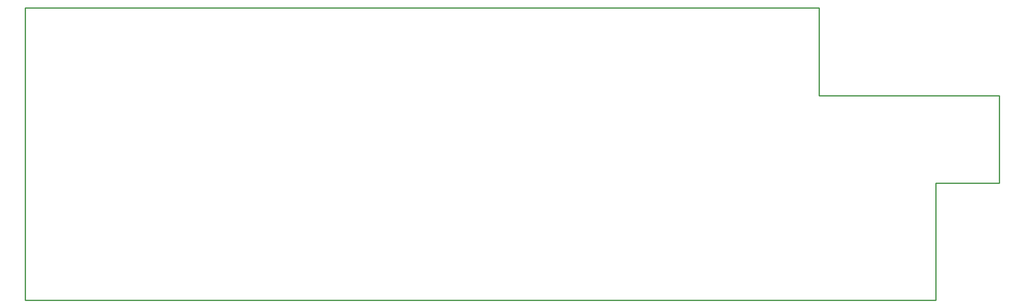
<source format=gbp>
*
*
G04 PADS 9.5 Build Number: 522968 generated Gerber (RS-274-X) file*
G04 PC Version=2.1*
*
%IN "ohm1.pcb"*%
*
%MOIN*%
*
%FSLAX35Y35*%
*
*
*
*
G04 PC Standard Apertures*
*
*
G04 Thermal Relief Aperture macro.*
%AMTER*
1,1,$1,0,0*
1,0,$1-$2,0,0*
21,0,$3,$4,0,0,45*
21,0,$3,$4,0,0,135*
%
*
*
G04 Annular Aperture macro.*
%AMANN*
1,1,$1,0,0*
1,0,$2,0,0*
%
*
*
G04 Odd Aperture macro.*
%AMODD*
1,1,$1,0,0*
1,0,$1-0.005,0,0*
%
*
*
G04 PC Custom Aperture Macros*
*
*
*
*
*
*
G04 PC Aperture Table*
*
%ADD010C,0.001*%
%ADD013C,0.01*%
*
*
*
*
G04 PC Circuitry*
G04 Layer Name ohm1.pcb - circuitry*
%LPD*%
*
*
G04 PC Custom Flashes*
G04 Layer Name ohm1.pcb - flashes*
%LPD*%
*
*
G04 PC Circuitry*
G04 Layer Name ohm1.pcb - circuitry*
%LPD*%
*
G54D10*
G54D13*
G01X1606299Y1481890D02*
Y1718110D01*
X2248031*
Y1647244*
X2393701*
Y1576378*
X2342520*
Y1481890*
X1606299*
X0Y0D02*
M02*

</source>
